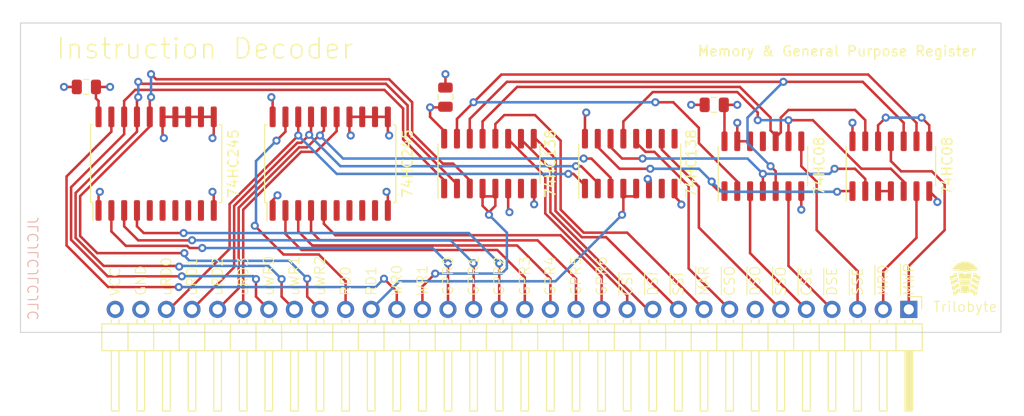
<source format=kicad_pcb>
(kicad_pcb (version 20211014) (generator pcbnew)
  (layers (0 "F.Cu" signal) (1 "In1.Cu" signal) (2 "In2.Cu" signal) (31 "B.Cu" signal) (34 "B.Paste" user) (35 "F.Paste" user) (36 "B.SilkS" user "B.Silkscreen") (37 "F.SilkS" user "F.Silkscreen") (38 "B.Mask" user) (39 "F.Mask" user) (44 "Edge.Cuts" user))
  (net 0 "")
  (net 1 "μRD0")
  (net 2 "μRD1")
  (net 3 "μRD2")
  (net 4 "μRD3")
  (net 5 "RD0")
  (net 6 "RD1")
  (net 7 "μWR0")
  (net 8 "μWR1")
  (net 9 "μWR2")
  (net 10 "WR0")
  (net 11 "WR1")
  (net 12 "GND")
  (net 13 "VCC")
  (net 14 "GPR2")
  (net 15 "GPR1")
  (net 16 "GPR0")
  (net 17 "/~{READ_CODE}")
  (net 18 "/~{WRITE_CODE}")
  (net 19 "~{CODE_SEG_EN}")
  (net 20 "/~{READ_DATA}")
  (net 21 "/~{WRITE_DATA}")
  (net 22 "~{DATA_SEG_EN}")
  (net 23 "~{STACK_SEG_EN}")
  (net 24 "/~{READ_STACK}")
  (net 25 "/~{WRITE_STACK}")
  (net 26 "GPR6")
  (net 27 "GPR5")
  (net 28 "GPR4")
  (net 29 "GPR3")
  (net 30 "~{STACK_SEG_IN}")
  (net 31 "~{DATA_SEG_IN}")
  (net 32 "~{CODE_SEG_IN}")
  (net 33 "~{MEM_LATCH_MAR}")
  (net 34 "~{MEM_READ}")
  (net 35 "~{MEM_WRITE}")
  (net 36 "~{STACK_SEG_OUT}")
  (net 37 "~{DATA_SEG_OUT}")
  (net 38 "~{CODE_SEG_OUT}")
  (net 50 "Net-(U9-Pad3)")
  (net 51 "Net-(U9-Pad12)")
  (footprint "Capacitor_SMD:C_0805_2012Metric" (layer "F.Cu") (at 319.532 201.168 180)
    (fp_text reference "C3" hide)
    (fp_text value "C" hide)
  )
  (footprint "Package_SO:SOIC-14_3.9x8.7mm_P1.27mm" (layer "F.Cu") (at 324.358 207.264 90)
    (fp_text reference "U8" hide)
    (fp_text value "74HC08")
  )
  (footprint "Package_SO:SOIC-16_3.9x9.9mm_P1.27mm" (layer "F.Cu") (at 311.15 207.01 90)
    (fp_text reference "U10" hide)
    (fp_text value "74HC138")
  )
  (footprint "Connector_PinHeader_2.54mm:PinHeader_1x32_P2.54mm_Horizontal" (layer "F.Cu") (at 338.836 221.488 -90)
    (fp_text reference "J1" hide)
    (fp_text value "Conn_01x32" hide)
  )
  (footprint "Capacitor_SMD:C_0805_2012Metric" (layer "F.Cu") (at 257.236 199.39 180)
    (fp_text reference "C1" hide)
    (fp_text value "C" hide)
  )
  (footprint "Package_SO:SOIC-20W_7.5x12.8mm_P1.27mm" (layer "F.Cu") (at 264.16 207.01 90)
    (fp_text reference "U1" hide)
    (fp_text value "74HC245")
  )
  (footprint "Package_SO:SOIC-20W_7.5x12.8mm_P1.27mm" (layer "F.Cu") (at 281.432 207.01 90)
    (fp_text reference "U4" hide)
    (fp_text value "74HC245")
  )
  (footprint "Package_SO:SOIC-14_3.9x8.7mm_P1.27mm" (layer "F.Cu") (at 337.058 207.264 90)
    (fp_text reference "U9" hide)
    (fp_text value "74HC08")
  )
  (footprint "Capacitor_SMD:C_0805_2012Metric" (layer "F.Cu") (at 292.862 200.406 90)
    (fp_text reference "C2" hide)
    (fp_text value "C" hide)
  )
  (footprint "Package_SO:SOIC-16_3.9x9.9mm_P1.27mm" (layer "F.Cu") (at 297.18 207.01 90)
    (fp_text reference "U6" hide)
    (fp_text value "74HC138")
  )
  (footprint "Stephenv6:trilobyte-logo-tiny" (layer "F.Cu") (at 344.414 212.474558)
    (fp_text reference "REF**" hide)
    (fp_text value "trilobyte-logo-tiny" hide)
  )
  (gr_rect (start 347.98 223.774) (end 250.698 193.04) (layer "Edge.Cuts") (width 0.1) (fill none))
  (gr_text "JLCJLCJLCJLC" (at 251.968 217.424 90) (layer "B.SilkS") (effects (font (size 1 1) (thickness 0.1)) (justify mirror)))
  (gr_text "~{MWR}" (at 338.836 220.218 90) (layer "F.SilkS") (effects (font (size 1 1) (thickness 0.1)) (justify left)))
  (gr_text "WR1" (at 290.576 220.218 90) (layer "F.SilkS") (effects (font (size 1 1) (thickness 0.1)) (justify left)))
  (gr_text "GPR0" (at 293.116 220.218 90) (layer "F.SilkS") (effects (font (size 1 1) (thickness 0.1)) (justify left)))
  (gr_text "RD1" (at 285.496 220.218 90) (layer "F.SilkS") (effects (font (size 1 1) (thickness 0.1)) (justify left)))
  (gr_text "~{DSI}" (at 313.436 220.218 90) (layer "F.SilkS") (effects (font (size 1 1) (thickness 0.1)) (justify left)))
  (gr_text "GPR2" (at 298.196 220.218 90) (layer "F.SilkS") (effects (font (size 1 1) (thickness 0.1)) (justify left)))
  (gr_text "GPR5" (at 305.816 220.218 90) (layer "F.SilkS") (effects (font (size 1 1) (thickness 0.1)) (justify left)))
  (gr_text "GND" (at 262.636 220.218 90) (layer "F.SilkS") (effects (font (size 1 1) (thickness 0.1)) (justify left)))
  (gr_text "RD0" (at 282.956 220.218 90) (layer "F.SilkS") (effects (font (size 1 1) (thickness 0.1)) (justify left)))
  (gr_text "uRD3" (at 272.796 220.218 90) (layer "F.SilkS") (effects (font (size 1 1) (thickness 0.1)) (justify left)))
  (gr_text "~{CSO}" (at 321.056 220.218 90) (layer "F.SilkS") (effects (font (size 1 1) (thickness 0.1)) (justify left)))
  (gr_text "uWR2" (at 280.416 220.218 90) (layer "F.SilkS") (effects (font (size 1 1) (thickness 0.1)) (justify left)))
  (gr_text "GPR3" (at 300.736 220.218 90) (layer "F.SilkS") (effects (font (size 1 1) (thickness 0.1)) (justify left)))
  (gr_text "~{SSI}" (at 315.976 220.218 90) (layer "F.SilkS") (effects (font (size 1 1) (thickness 0.1)) (justify left)))
  (gr_text "~{DSO}" (at 323.596 220.218 90) (layer "F.SilkS") (effects (font (size 1 1) (thickness 0.1)) (justify left)))
  (gr_text "~{MRD}" (at 336.296 220.218 90) (layer "F.SilkS") (effects (font (size 1 1) (thickness 0.1)) (justify left)))
  (gr_text "WR0" (at 288.036 220.218 90) (layer "F.SilkS") (effects (font (size 1 1) (thickness 0.1)) (justify left)))
  (gr_text "~{CSE}" (at 328.676 220.218 90) (layer "F.SilkS") (effects (font (size 1 1) (thickness 0.1)) (justify left)))
  (gr_text "uRD0" (at 265.176 220.218 90) (layer "F.SilkS") (effects (font (size 1 1) (thickness 0.1)) (justify left)))
  (gr_text "~{DSE}" (at 331.216 220.218 90) (layer "F.SilkS") (effects (font (size 1 1) (thickness 0.1)) (justify left)))
  (gr_text "VCC" (at 260.096 220.218 90) (layer "F.SilkS") (effects (font (size 1 1) (thickness 0.1)) (justify left)))
  (gr_text "Memory & General Purpose Register" (at 331.724 195.834) (layer "F.SilkS") (effects (font (size 1 1))))
  (gr_text "Trilobyte" (at 344.424 221.234) (layer "F.SilkS") (effects (font (size 1 1) (thickness 0.1))))
  (gr_text "~{MAR}" (at 318.516 220.218 90) (layer "F.SilkS") (effects (font (size 1 1) (thickness 0.1)) (justify left)))
  (gr_text "~{SSO}" (at 326.136 220.218 90) (layer "F.SilkS") (effects (font (size 1 1) (thickness 0.1)) (justify left)))
  (gr_text "GPR6" (at 308.356 220.218 90) (layer "F.SilkS") (effects (font (size 1 1) (thickness 0.1)) (justify left)))
  (gr_text "uRD2" (at 270.256 220.218 90) (layer "F.SilkS") (effects (font (size 1 1) (thickness 0.1)) (justify left)))
  (gr_text "uWR0" (at 275.336 220.218 90) (layer "F.SilkS") (effects (font (size 1 1) (thickness 0.1)) (justify left)))
  (gr_text "GPR1" (at 295.656 220.218 90) (layer "F.SilkS") (effects (font (size 1 1) (thickness 0.1)) (justify left)))
  (gr_text "GPR4" (at 303.276 220.218 90) (layer "F.SilkS") (effects (font (size 1 1) (thickness 0.1)) (justify left)))
  (gr_text "uWR1" (at 277.876 220.218 90) (layer "F.SilkS") (effects (font (size 1 1) (thickness 0.1)) (justify left)))
  (gr_text "uRD1" (at 267.716 220.218 90) (layer "F.SilkS") (effects (font (size 1 1) (thickness 0.1)) (justify left)))
  (gr_text "Instruction Decoder" (at 268.986 195.58) (layer "F.SilkS") (effects (font (size 2 2))))
  (gr_text "~{CSI}" (at 310.896 220.218 90) (layer "F.SilkS") (effects (font (size 1 1) (thickness 0.1)) (justify left)))
  (gr_text "~{SSE}" (at 333.756 220.218 90) (layer "F.SilkS") (effects (font (size 1 1) (thickness 0.1)) (justify left)))
  (segment (start 271.447469 211.023419) (end 278.257 204.213888) (width 0.25) (layer "F.Cu") (net 1))
  (segment (start 305.562 208.026) (end 305.054 208.026) (width 0.25) (layer "F.Cu") (net 1))
  (segment (start 278.257 204.213888) (end 278.257 202.36) (width 0.25) (layer "F.Cu") (net 1))
  (segment (start 265.4386 221.488) (end 271.447469 215.479131) (width 0.25) (layer "F.Cu") (net 1))
  (segment (start 306.705 209.169) (end 305.562 208.026) (width 0.25) (layer "F.Cu") (net 1))
  (segment (start 271.447469 215.479131) (end 271.447469 211.023419) (width 0.25) (layer "F.Cu") (net 1))
  (via (at 278.257 204.213888) (size 0.8) (drill 0.4) (layers "F.Cu" "B.Cu") (net 1))
  (via (at 305.054 208.026) (size 0.8) (drill 0.4) (layers "F.Cu" "B.Cu") (net 1))
  (segment (start 282.069112 208.026) (end 278.257 204.213888) (width 0.25) (layer "B.Cu") (net 1))
  (segment (start 305.054 208.026) (end 282.069112 208.026) (width 0.25) (layer "B.Cu") (net 1))
  (segment (start 279.527 203.968488) (end 279.339744 204.155744) (width 0.25) (layer "F.Cu") (net 2))
  (segment (start 306.324 207.264) (end 305.816 207.264) (width 0.25) (layer "F.Cu") (net 2))
  (segment (start 271.896978 217.307022) (end 267.716 221.488) (width 0.25) (layer "F.Cu") (net 2))
  (segment (start 271.896979 211.209613) (end 271.896978 217.307022) (width 0.25) (layer "F.Cu") (net 2))
  (segment (start 279.339744 204.155744) (end 278.557099 204.938389) (width 0.25) (layer "F.Cu") (net 2))
  (segment (start 278.168203 204.938389) (end 271.896979 211.209613) (width 0.25) (layer "F.Cu") (net 2))
  (segment (start 278.557099 204.938389) (end 278.168203 204.938389) (width 0.25) (layer "F.Cu") (net 2))
  (segment (start 307.975 208.915) (end 306.324 207.264) (width 0.25) (layer "F.Cu") (net 2))
  (segment (start 279.527 202.36) (end 279.527 203.968488) (width 0.25) (layer "F.Cu") (net 2))
  (via (at 279.339744 204.155744) (size 0.8) (drill 0.4) (layers "F.Cu" "B.Cu") (net 2))
  (via (at 305.816 207.264) (size 0.8) (drill 0.4) (layers "F.Cu" "B.Cu") (net 2))
  (segment (start 305.816 207.264) (end 282.4394 207.264) (width 0.25) (layer "B.Cu") (net 2))
  (segment (start 282.4394 207.264) (end 279.339744 204.164344) (width 0.25) (layer "B.Cu") (net 2))
  (segment (start 279.339744 204.164344) (end 279.339744 204.155744) (width 0.25) (layer "B.Cu") (net 2))
  (segment (start 280.797 203.723088) (end 280.797 202.36) (width 0.25) (layer "F.Cu") (net 3))
  (segment (start 279.132189 205.387899) (end 280.797 203.723088) (width 0.25) (layer "F.Cu") (net 3))
  (segment (start 272.34649 211.395806) (end 278.354397 205.387899) (width 0.25) (layer "F.Cu") (net 3))
  (segment (start 272.346489 219.397511) (end 272.34649 211.395806) (width 0.25) (layer "F.Cu") (net 3))
  (segment (start 270.256 221.488) (end 272.346489 219.397511) (width 0.25) (layer "F.Cu") (net 3))
  (segment (start 307.34 206.502) (end 309.245 208.407) (width 0.25) (layer "F.Cu") (net 3))
  (segment (start 278.354397 205.387899) (end 279.132189 205.387899) (width 0.25) (layer "F.Cu") (net 3))
  (segment (start 307.34 206.502) (end 306.578 206.502) (width 0.25) (layer "F.Cu") (net 3))
  (segment (start 309.245 210.26) (end 309.245 208.407) (width 0.25) (layer "F.Cu") (net 3))
  (via (at 306.578 206.502) (size 0.8) (drill 0.4) (layers "F.Cu" "B.Cu") (net 3))
  (via (at 280.416 204.216) (size 0.8) (drill 0.4) (layers "F.Cu" "B.Cu") (net 3))
  (segment (start 282.702 206.502) (end 280.416 204.216) (width 0.25) (layer "B.Cu") (net 3))
  (segment (start 306.578 206.502) (end 282.702 206.502) (width 0.25) (layer "B.Cu") (net 3))
  (segment (start 272.796 221.488) (end 272.796 211.582) (width 0.25) (layer "F.Cu") (net 4))
  (segment (start 282.067 203.787644) (end 282.067 202.36) (width 0.25) (layer "F.Cu") (net 4))
  (segment (start 280.017234 205.83741) (end 282.067 203.787644) (width 0.25) (layer "F.Cu") (net 4))
  (segment (start 272.796 211.582) (end 278.54059 205.83741) (width 0.25) (layer "F.Cu") (net 4))
  (segment (start 278.54059 205.83741) (end 280.017234 205.83741) (width 0.25) (layer "F.Cu") (net 4))
  (segment (start 282.956 218.694) (end 280.299021 216.037021) (width 0.25) (layer "F.Cu") (net 5))
  (segment (start 276.987 203.835) (end 276.987 202.36) (width 0.25) (layer "F.Cu") (net 5))
  (segment (start 276.098 204.724) (end 276.987 203.835) (width 0.25) (layer "F.Cu") (net 5))
  (segment (start 282.956 221.488) (end 282.956 218.694) (width 0.25) (layer "F.Cu") (net 5))
  (segment (start 276.800885 216.037021) (end 273.944864 213.181) (width 0.25) (layer "F.Cu") (net 5))
  (segment (start 280.299021 216.037021) (end 276.800885 216.037021) (width 0.25) (layer "F.Cu") (net 5))
  (via (at 276.098 204.724) (size 0.8) (drill 0.4) (layers "F.Cu" "B.Cu") (net 5))
  (via (at 273.944864 213.181) (size 0.8) (drill 0.4) (layers "F.Cu" "B.Cu") (net 5))
  (segment (start 274.066 213.059864) (end 273.944864 213.181) (width 0.25) (layer "B.Cu") (net 5))
  (segment (start 274.066 206.756) (end 274.066 213.059864) (width 0.25) (layer "B.Cu") (net 5))
  (segment (start 276.098 204.724) (end 274.066 206.756) (width 0.25) (layer "B.Cu") (net 5))
  (segment (start 310.515 210.26) (end 310.515 211.963) (width 0.25) (layer "F.Cu") (net 6))
  (segment (start 310.515 210.26) (end 311.785 210.26) (width 0.25) (layer "F.Cu") (net 6))
  (segment (start 310.515 211.963) (end 310.388 212.09) (width 0.25) (layer "F.Cu") (net 6))
  (via (at 310.388 212.09) (size 0.8) (drill 0.4) (layers "F.Cu" "B.Cu") (net 6))
  (segment (start 310.388 212.09) (end 303.784 218.694) (width 0.25) (layer "B.Cu") (net 6))
  (segment (start 303.784 218.694) (end 288.29 218.694) (width 0.25) (layer "B.Cu") (net 6))
  (segment (start 288.29 218.694) (end 285.496 221.488) (width 0.25) (layer "B.Cu") (net 6))
  (segment (start 288.660969 201.538969) (end 286.803499 199.681499) (width 0.25) (layer "F.Cu") (net 7))
  (segment (start 288.660979 204.586979) (end 288.660979 204.078992) (width 0.25) (layer "F.Cu") (net 7))
  (segment (start 275.336 221.488) (end 274.066 220.218) (width 0.25) (layer "F.Cu") (net 7))
  (segment (start 260.985 204.087592) (end 255.719511 209.353081) (width 0.25) (layer "F.Cu") (net 7))
  (segment (start 292.735 208.661) (end 288.660979 204.586979) (width 0.25) (layer "F.Cu") (net 7))
  (segment (start 286.803499 199.681499) (end 262.081901 199.681499) (width 0.25) (layer "F.Cu") (net 7))
  (segment (start 260.985 200.7784) (end 260.985 202.36) (width 0.25) (layer "F.Cu") (net 7))
  (segment (start 274.066 220.218) (end 274.066 218.4775) (width 0.25) (layer "F.Cu") (net 7))
  (segment (start 255.719511 209.353081) (end 255.719511 214.572919) (width 0.25) (layer "F.Cu") (net 7))
  (segment (start 260.985 202.36) (end 260.985 204.087592) (width 0.25) (layer "F.Cu") (net 7))
  (segment (start 255.719511 214.572919) (end 259.349845 218.203253) (width 0.25) (layer "F.Cu") (net 7))
  (segment (start 288.660969 204.078982) (end 288.660969 201.538969) (width 0.25) (layer "F.Cu") (net 7))
  (segment (start 262.081901 199.681499) (end 260.985 200.7784) (width 0.25) (layer "F.Cu") (net 7))
  (segment (start 259.349845 218.203253) (end 266.704622 218.203253) (width 0.25) (layer "F.Cu") (net 7))
  (segment (start 288.660979 204.078992) (end 288.660969 204.078982) (width 0.25) (layer "F.Cu") (net 7))
  (via (at 266.704622 218.203253) (size 0.8) (drill 0.4) (layers "F.Cu" "B.Cu") (net 7))
  (via (at 274.066 218.4775) (size 0.8) (drill 0.4) (layers "F.Cu" "B.Cu") (net 7))
  (segment (start 273.7745 218.186) (end 266.721875 218.186) (width 0.25) (layer "B.Cu") (net 7))
  (segment (start 266.721875 218.186) (end 266.704622 218.203253) (width 0.25) (layer "B.Cu") (net 7))
  (segment (start 274.066 218.4775) (end 273.7745 218.186) (width 0.25) (layer "B.Cu") (net 7))
  (segment (start 262.255 202.36) (end 262.255 200.533) (width 0.25) (layer "F.Cu") (net 8))
  (segment (start 289.110489 204.148193) (end 289.110489 203.892798) (width 0.25) (layer "F.Cu") (net 8))
  (segment (start 262.255 203.835) (end 256.169022 209.920978) (width 0.25) (layer "F.Cu") (net 8))
  (segment (start 266.378211 217.17) (end 266.446 217.237789) (width 0.25) (layer "F.Cu") (net 8))
  (segment (start 289.110489 203.892798) (end 289.11048 203.892789) (width 0.25) (layer "F.Cu") (net 8))
  (segment (start 262.255 200.533) (end 262.382 200.406) (width 0.25) (layer "F.Cu") (net 8))
  (segment (start 294.005 209.042704) (end 289.110489 204.148193) (width 0.25) (layer "F.Cu") (net 8))
  (segment (start 289.11048 203.892789) (end 289.11048 201.22648) (width 0.25) (layer "F.Cu") (net 8))
  (segment (start 289.11048 201.22648) (end 286.961511 199.077511) (width 0.25) (layer "F.Cu") (net 8))
  (segment (start 294.005 209.169) (end 294.005 209.042704) (width 0.25) (layer "F.Cu") (net 8))
  (segment (start 258.952296 217.17) (end 266.378211 217.17) (width 0.25) (layer "F.Cu") (net 8))
  (segment (start 262.255 202.36) (end 262.255 203.835) (width 0.25) (layer "F.Cu") (net 8))
  (segment (start 286.961511 199.077511) (end 262.577511 199.077511) (width 0.25) (layer "F.Cu") (net 8))
  (segment (start 262.577511 199.077511) (end 262.382 198.882) (width 0.25) (layer "F.Cu") (net 8))
  (segment (start 276.606 220.218) (end 276.606 218.4775) (width 0.25) (layer "F.Cu") (net 8))
  (segment (start 277.876 221.488) (end 276.606 220.218) (width 0.25) (layer "F.Cu") (net 8))
  (segment (start 256.169022 209.920978) (end 256.169022 214.386726) (width 0.25) (layer "F.Cu") (net 8))
  (segment (start 256.169022 214.386726) (end 258.952296 217.17) (width 0.25) (layer "F.Cu") (net 8))
  (via (at 262.382 198.882) (size 0.8) (drill 0.4) (layers "F.Cu" "B.Cu") (net 8))
  (via (at 266.446 217.237789) (size 0.8) (drill 0.4) (layers "F.Cu" "B.Cu") (net 8))
  (via (at 262.382 200.406) (size 0.8) (drill 0.4) (layers "F.Cu" "B.Cu") (net 8))
  (via (at 276.606 218.4775) (size 0.8) (drill 0.4) (layers "F.Cu" "B.Cu") (net 8))
  (segment (start 275.2985 217.17) (end 266.513789 217.17) (width 0.25) (layer "B.Cu") (net 8))
  (segment (start 262.382 198.882) (end 262.382 200.406) (width 0.25) (layer "B.Cu") (net 8))
  (segment (start 276.606 218.4775) (end 275.2985 217.17) (width 0.25) (layer "B.Cu") (net 8))
  (segment (start 266.513789 217.17) (end 266.446 217.237789) (width 0.25) (layer "B.Cu") (net 8))
  (segment (start 295.275 208.661) (end 295.275 209.423) (width 0.25) (layer "F.Cu") (net 9))
  (segment (start 263.652 198.12) (end 264.16 198.628) (width 0.25) (layer "F.Cu") (net 9))
  (segment (start 263.525 200.533) (end 263.525 202.36) (width 0.25) (layer "F.Cu") (net 9))
  (segment (start 287.274 198.628) (end 289.56 200.914) (width 0.25) (layer "F.Cu") (net 9))
  (segment (start 280.416 221.488) (end 279.146 220.218) (width 0.25) (layer "F.Cu") (net 9))
  (segment (start 289.56 203.962) (end 292.608 207.01) (width 0.25) (layer "F.Cu") (net 9))
  (segment (start 256.618533 210.233467) (end 256.618533 214.200533) (width 0.25) (layer "F.Cu") (net 9))
  (segment (start 258.318 215.9) (end 266.954 215.9) (width 0.25) (layer "F.Cu") (net 9))
  (segment (start 293.624 207.01) (end 295.275 208.661) (width 0.25) (layer "F.Cu") (net 9))
  (segment (start 263.652 200.406) (end 263.525 200.533) (width 0.25) (layer "F.Cu") (net 9))
  (segment (start 263.525 203.327) (end 256.618533 210.233467) (width 0.25) (layer "F.Cu") (net 9))
  (segment (start 256.618533 214.200533) (end 258.318 215.9) (width 0.25) (layer "F.Cu") (net 9))
  (segment (start 289.56 200.914) (end 289.56 203.962) (width 0.25) (layer "F.Cu") (net 9))
  (segment (start 279.146 220.218) (end 279.146 218.44) (width 0.25) (layer "F.Cu") (net 9))
  (segment (start 292.608 207.01) (end 293.624 207.01) (width 0.25) (layer "F.Cu") (net 9))
  (segment (start 263.525 202.36) (end 263.525 203.327) (width 0.25) (layer "F.Cu") (net 9))
  (segment (start 264.16 198.628) (end 287.274 198.628) (width 0.25) (layer "F.Cu") (net 9))
  (via (at 279.146 218.44) (size 0.8) (drill 0.4) (layers "F.Cu" "B.Cu") (net 9))
  (via (at 266.954 215.9) (size 0.8) (drill 0.4) (layers "F.Cu" "B.Cu") (net 9))
  (via (at 263.652 198.12) (size 0.8) (drill 0.4) (layers "F.Cu" "B.Cu") (net 9))
  (via (at 263.652 200.406) (size 0.8) (drill 0.4) (layers "F.Cu" "B.Cu") (net 9))
  (segment (start 279.146 218.44) (end 277.368 216.662) (width 0.25) (layer "B.Cu") (net 9))
  (segment (start 263.652 198.12) (end 263.652 200.406) (width 0.25) (layer "B.Cu") (net 9))
  (segment (start 266.954 216.151119) (end 266.954 215.9) (width 0.25) (layer "B.Cu") (net 9))
  (segment (start 267.464881 216.662) (end 266.954 216.151119) (width 0.25) (layer "B.Cu") (net 9))
  (segment (start 277.368 216.662) (end 267.464881 216.662) (width 0.25) (layer "B.Cu") (net 9))
  (segment (start 255.27 215.138) (end 259.403636 219.271636) (width 0.25) (layer "F.Cu") (net 10))
  (segment (start 255.27 208.28) (end 255.27 215.138) (width 0.25) (layer "F.Cu") (net 10))
  (segment (start 288.036 219.71) (end 288.036 221.488) (width 0.25) (layer "F.Cu") (net 10))
  (segment (start 259.403636 219.271636) (end 266.399576 219.271636) (width 0.25) (layer "F.Cu") (net 10))
  (segment (start 259.715 202.36) (end 259.715 203.835) (width 0.25) (layer "F.Cu") (net 10))
  (segment (start 286.766 218.44) (end 288.036 219.71) (width 0.25) (layer "F.Cu") (net 10))
  (segment (start 259.715 203.835) (end 255.27 208.28) (width 0.25) (layer "F.Cu") (net 10))
  (via (at 286.766 218.44) (size 0.8) (drill 0.4) (layers "F.Cu" "B.Cu") (net 10))
  (via (at 266.399576 219.271636) (size 0.8) (drill 0.4) (layers "F.Cu" "B.Cu") (net 10))
  (segment (start 285.934364 219.271636) (end 286.766 218.44) (width 0.25) (layer "B.Cu") (net 10))
  (segment (start 266.399576 219.271636) (end 285.934364 219.271636) (width 0.25) (layer "B.Cu") (net 10))
  (segment (start 297.815 210.26) (end 297.815 211.201) (width 0.25) (layer "F.Cu") (net 11))
  (segment (start 296.545 210.26) (end 297.815 210.26) (width 0.25) (layer "F.Cu") (net 11))
  (segment (start 297.18 211.836) (end 296.545 211.201) (width 0.25) (layer "F.Cu") (net 11))
  (segment (start 297.18 212.09) (end 297.18 211.836) (width 0.25) (layer "F.Cu") (net 11))
  (segment (start 290.576 219.202) (end 291.846 217.932) (width 0.25) (layer "F.Cu") (net 11))
  (segment (start 297.815 211.201) (end 297.18 211.836) (width 0.25) (layer "F.Cu") (net 11))
  (segment (start 296.545 211.201) (end 296.545 210.26) (width 0.25) (layer "F.Cu") (net 11))
  (segment (start 290.576 221.488) (end 290.576 219.202) (width 0.25) (layer "F.Cu") (net 11))
  (via (at 297.18 212.09) (size 0.8) (drill 0.4) (layers "F.Cu" "B.Cu") (net 11))
  (via (at 291.846 217.932) (size 0.8) (drill 0.4) (layers "F.Cu" "B.Cu") (net 11))
  (segment (start 298.958 213.868) (end 298.958 217.424) (width 0.25) (layer "B.Cu") (net 11))
  (segment (start 298.45 217.932) (end 291.846 217.932) (width 0.25) (layer "B.Cu") (net 11))
  (segment (start 297.18 212.09) (end 298.958 213.868) (width 0.25) (layer "B.Cu") (net 11))
  (segment (start 298.958 217.424) (end 298.45 217.932) (width 0.25) (layer "B.Cu") (net 11))
  (segment (start 283.337 204.089) (end 283.464 204.216) (width 0.25) (layer "F.Cu") (net 12))
  (segment (start 340.868 209.739) (end 341.6675 210.5385) (width 0.25) (layer "F.Cu") (net 12))
  (segment (start 287.147 202.36) (end 287.147 204.089) (width 0.25) (layer "F.Cu") (net 12))
  (segment (start 264.795 202.36) (end 269.875 202.36) (width 0.25) (layer "F.Cu") (net 12))
  (segment (start 287.147 211.66) (end 287.147 209.931) (width 0.25) (layer "F.Cu") (net 12))
  (segment (start 269.875 211.66) (end 269.875 209.931) (width 0.25) (layer "F.Cu") (net 12))
  (segment (start 287.147 202.36) (end 283.337 202.36) (width 0.25) (layer "F.Cu") (net 12))
  (segment (start 301.662543 210.297543) (end 301.662543 211.050457) (width 0.25) (layer "F.Cu") (net 12))
  (segment (start 318.582 201.168) (end 317.246 201.168) (width 0.25) (layer "F.Cu") (net 12))
  (segment (start 264.795 202.36) (end 264.795 204.343) (width 0.25) (layer "F.Cu") (net 12))
  (segment (start 275.717 210.63845) (end 276.197725 210.157725) (width 0.25) (layer "F.Cu") (net 12))
  (segment (start 283.337 202.36) (end 283.337 204.089) (width 0.25) (layer "F.Cu") (net 12))
  (segment (start 321.818 204.789) (end 321.818 202.946) (width 0.25) (layer "F.Cu") (net 12))
  (segment (start 341.6675 210.5385) (end 341.6675 210.82) (width 0.25) (layer "F.Cu") (net 12))
  (segment (start 275.717 211.66) (end 275.717 210.63845) (width 0.25) (layer "F.Cu") (net 12))
  (segment (start 258.445 211.66) (end 258.445 209.931) (width 0.25) (layer "F.Cu") (net 12))
  (segment (start 287.147 209.931) (end 287.02 209.804) (width 0.25) (layer "F.Cu") (net 12))
  (segment (start 287.147 204.089) (end 287.274 204.216) (width 0.25) (layer "F.Cu") (net 12))
  (segment (start 315.595 210.26) (end 316.2675 210.9325) (width 0.25) (layer "F.Cu") (net 12))
  (segment (start 264.795 204.343) (end 264.922 204.47) (width 0.25) (layer "F.Cu") (net 12))
  (segment (start 328.168 209.739) (end 328.168 211.582) (width 0.25) (layer "F.Cu") (net 12))
  (segment (start 269.875 202.36) (end 269.875 204.343) (width 0.25) (layer "F.Cu") (net 12))
  (segment (start 269.875 204.343) (end 269.748 204.47) (width 0.25) (layer "F.Cu") (net 12))
  (segment (start 256.286 199.39) (end 255.016 199.39) (width 0.25) (layer "F.Cu") (net 12))
  (segment (start 269.875 209.931) (end 269.748 209.804) (width 0.25) (layer "F.Cu") (net 12))
  (segment (start 323.088 204.789) (end 321.818 204.789) (width 0.25) (layer "F.Cu") (net 12))
  (segment (start 258.445 209.931) (end 258.572 209.804) (width 0.25) (layer "F.Cu") (net 12))
  (segment (start 316.2675 210.9325) (end 316.2675 211.074) (width 0.25) (layer "F.Cu") (net 12))
  (segment (start 292.862 199.456) (end 292.862 198.12) (width 0.25) (layer "F.Cu") (net 12))
  (via (at 321.818 202.946) (size 0.8) (drill 0.4) (layers "F.Cu" "B.Cu") (net 12))
  (via (at 317.246 201.168) (size 0.8) (drill 0.4) (layers "F.Cu" "B.Cu") (net 12))
  (via (at 258.572 209.804) (size 0.8) (drill 0.4) (layers "F.Cu" "B.Cu") (net 12))
  (via (at 287.274 204.216) (size 0.8) (drill 0.4) (layers "F.Cu" "B.Cu") (net 12))
  (via (at 264.922 204.47) (size 0.8) (drill 0.4) (layers "F.Cu" "B.Cu") (net 12))
  (via (at 341.6675 210.82) (size 0.8) (drill 0.4) (layers "F.Cu" "B.Cu") (net 12))
  (via (at 328.168 211.582) (size 0.8) (drill 0.4) (layers "F.Cu" "B.Cu") (net 12))
  (via (at 269.748 204.47) (size 0.8) (drill 0.4) (layers "F.Cu" "B.Cu") (net 12))
  (via (at 316.2675 211.074) (size 0.8) (drill 0.4) (layers "F.Cu" "B.Cu") (net 12))
  (via (at 301.662543 211.050457) (size 0.8) (drill 0.4) (layers "F.Cu" "B.Cu") (net 12))
  (via (at 276.197725 210.157725) (size 0.8) (drill 0.4) (layers "F.Cu" "B.Cu") (net 12))
  (via (at 269.748 209.804) (size 0.8) (drill 0.4) (layers "F.Cu" "B.Cu") (net 12))
  (via (at 283.464 204.216) (size 0.8) (drill 0.4) (layers "F.Cu" "B.Cu") (net 12))
  (via (at 287.02 209.804) (size 0.8) (drill 0.4) (layers "F.Cu" "B.Cu") (net 12))
  (via (at 255.016 199.39) (size 0.8) (drill 0.4) (layers "F.Cu" "B.Cu") (net 12))
  (via (at 292.862 198.12) (size 0.8) (drill 0.4) (layers "F.Cu" "B.Cu") (net 12))
  (segment (start 313.055 208.661) (end 312.928 208.534) (width 0.25) (layer "F.Cu") (net 13))
  (segment (start 299.085 211.709) (end 299.212 211.836) (width 0.25) (layer "F.Cu") (net 13))
  (segment (start 299.085 210.26) (end 299.085 211.709) (width 0.25) (layer "F.Cu") (net 13))
  (segment (start 320.482 201.168) (end 321.818 201.168) (width 0.25) (layer "F.Cu") (net 13))
  (segment (start 291.338 202.363) (end 291.338 201.422) (width 0.25) (layer "F.Cu") (net 13))
  (segment (start 258.186 199.39) (end 258.186 200.528) (width 0.25) (layer "F.Cu") (net 13))
  (segment (start 291.338 201.422) (end 292.796 201.422) (width 0.25) (layer "F.Cu") (net 13))
  (segment (start 333.248 204.789) (end 333.248 202.946) (width 0.25) (layer "F.Cu") (net 13))
  (segment (start 320.548 204.789) (end 320.548 201.234) (width 0.25) (layer "F.Cu") (net 13))
  (segment (start 258.445 200.787) (end 258.445 202.36) (width 0.25) (layer "F.Cu") (net 13))
  (segment (start 292.735 203.76) (end 291.338 202.363) (width 0.25) (layer "F.Cu") (net 13))
  (segment (start 258.186 200.528) (end 258.445 200.787) (width 0.25) (layer "F.Cu") (net 13))
  (segment (start 258.186 199.39) (end 259.588 199.39) (width 0.25) (layer "F.Cu") (net 13))
  (segment (start 306.705 203.76) (end 306.705 202.057) (width 0.25) (layer "F.Cu") (net 13))
  (segment (start 275.717 202.36) (end 275.717 200.533) (width 0.25) (layer "F.Cu") (net 13))
  (segment (start 275.717 200.533) (end 275.59 200.406) (width 0.25) (layer "F.Cu") (net 13))
  (segment (start 306.705 202.057) (end 306.832 201.93) (width 0.25) (layer "F.Cu") (net 13))
  (via (at 333.248 202.946) (size 0.8) (drill 0.4) (layers "F.Cu" "B.Cu") (net 13))
  (via (at 321.818 201.168) (size 0.8) (drill 0.4) (layers "F.Cu" "B.Cu") (net 13))
  (via (at 275.59 200.406) (size 0.8) (drill 0.4) (layers "F.Cu" "B.Cu") (net 13))
  (via (at 259.588 199.39) (size 0.8) (drill 0.4) (layers "F.Cu" "B.Cu") (net 13))
  (via (at 291.338 201.422) (size 0.8) (drill 0.4) (layers "F.Cu" "B.Cu") (net 13))
  (via (at 312.928 208.534) (size 0.8) (drill 0.4) (layers "F.Cu" "B.Cu") (net 13))
  (via (at 299.212 211.836) (size 0.8) (drill 0.4) (layers "F.Cu" "B.Cu") (net 13))
  (via (at 306.832 201.93) (size 0.8) (drill 0.4) (layers "F.Cu" "B.Cu") (net 13))
  (segment (start 298.196 221.488) (end 298.196 216.916) (width 0.25) (layer "F.Cu") (net 14))
  (segment (start 262.9275 213.9055) (end 266.884364 213.9055) (width 0.25) (layer "F.Cu") (net 14))
  (segment (start 262.255 213.233) (end 262.9275 213.9055) (width 0.25) (layer "F.Cu") (net 14))
  (segment (start 262.255 211.66) (end 262.255 213.233) (width 0.25) (layer "F.Cu") (net 14))
  (via (at 266.884364 213.9055) (size 0.8) (drill 0.4) (layers "F.Cu" "B.Cu") (net 14))
  (via (at 298.196 216.916) (size 0.8) (drill 0.4) (layers "F.Cu" "B.Cu") (net 14))
  (segment (start 268.022376 213.898086) (end 266.891778 213.898086) (width 0.25) (layer "B.Cu") (net 14))
  (segment (start 298.196 216.916) (end 295.1855 213.9055) (width 0.25) (layer "B.Cu") (net 14))
  (segment (start 266.891778 213.898086) (end 266.884364 213.9055) (width 0.25) (layer "B.Cu") (net 14))
  (segment (start 268.02979 213.9055) (end 268.022376 213.898086) (width 0.25) (layer "B.Cu") (net 14))
  (segment (start 295.1855 213.9055) (end 268.02979 213.9055) (width 0.25) (layer "B.Cu") (net 14))
  (segment (start 295.656 221.488) (end 295.656 216.916) (width 0.25) (layer "F.Cu") (net 15))
  (segment (start 262.382 214.63) (end 267.714864 214.63) (width 0.25) (layer "F.Cu") (net 15))
  (segment (start 260.985 213.233) (end 262.382 214.63) (width 0.25) (layer "F.Cu") (net 15))
  (segment (start 267.714864 214.63) (end 267.722277 214.622587) (width 0.25) (layer "F.Cu") (net 15))
  (segment (start 260.985 211.66) (end 260.985 213.233) (width 0.25) (layer "F.Cu") (net 15))
  (via (at 267.722277 214.622587) (size 0.8) (drill 0.4) (layers "F.Cu" "B.Cu") (net 15))
  (via (at 295.656 216.916) (size 0.8) (drill 0.4) (layers "F.Cu" "B.Cu") (net 15))
  (segment (start 295.656 216.916) (end 293.362587 214.622587) (width 0.25) (layer "B.Cu") (net 15))
  (segment (start 293.362587 214.622587) (end 267.722277 214.622587) (width 0.25) (layer "B.Cu") (net 15))
  (segment (start 259.715 213.741) (end 261.149499 215.175499) (width 0.25) (layer "F.Cu") (net 16))
  (segment (start 267.254099 215.175499) (end 267.4706 215.392) (width 0.25) (layer "F.Cu") (net 16))
  (segment (start 259.715 211.66) (end 259.715 213.741) (width 0.25) (layer "F.Cu") (net 16))
  (segment (start 261.149499 215.175499) (end 267.254099 215.175499) (width 0.25) (layer "F.Cu") (net 16))
  (segment (start 293.116 221.488) (end 293.116 216.916) (width 0.25) (layer "F.Cu") (net 16))
  (segment (start 267.4706 215.392) (end 268.732 215.392) (width 0.25) (layer "F.Cu") (net 16))
  (via (at 268.732 215.392) (size 0.8) (drill 0.4) (layers "F.Cu" "B.Cu") (net 16))
  (via (at 293.116 216.916) (size 0.8) (drill 0.4) (layers "F.Cu" "B.Cu") (net 16))
  (segment (start 293.116 216.916) (end 291.592 215.392) (width 0.25) (layer "B.Cu") (net 16))
  (segment (start 291.592 215.392) (end 268.732 215.392) (width 0.25) (layer "B.Cu") (net 16))
  (segment (start 319.975 209.739) (end 320.548 209.739) (width 0.25) (layer "F.Cu") (net 17))
  (segment (start 310.134 207.518) (end 313.182 207.518) (width 0.25) (layer "F.Cu") (net 17))
  (segment (start 331.789 209.739) (end 331.724 209.804) (width 0.25) (layer "F.Cu") (net 17))
  (segment (start 319.278 209.042) (end 319.975 209.739) (width 0.25) (layer "F.Cu") (net 17))
  (segment (start 319.278 208.788) (end 319.278 209.042) (width 0.25) (layer "F.Cu") (net 17))
  (segment (start 333.248 209.739) (end 331.789 209.739) (width 0.25) (layer "F.Cu") (net 17))
  (segment (start 307.975 205.359) (end 310.134 207.518) (width 0.25) (layer "F.Cu") (net 17))
  (via (at 331.724 209.804) (size 0.8) (drill 0.4) (layers "F.Cu" "B.Cu") (net 17))
  (via (at 319.278 208.788) (size 0.8) (drill 0.4) (layers "F.Cu" "B.Cu") (net 17))
  (via (at 313.182 207.518) (size 0.8) (drill 0.4) (layers "F.Cu" "B.Cu") (net 17))
  (segment (start 318.008 207.518) (end 313.182 207.518) (width 0.25) (layer "B.Cu") (net 17))
  (segment (start 331.724 209.804) (end 320.294 209.804) (width 0.25) (layer "B.Cu") (net 17))
  (segment (start 319.278 208.788) (end 318.008 207.518) (width 0.25) (layer "B.Cu") (net 17))
  (segment (start 320.294 209.804) (end 319.278 208.788) (width 0.25) (layer "B.Cu") (net 17))
  (segment (start 298.412501 198.157499) (end 334.800899 198.157499) (width 0.25) (layer "F.Cu") (net 18))
  (segment (start 339.598 202.9546) (end 339.598 204.789) (width 0.25) (layer "F.Cu") (net 18))
  (segment (start 315.468 200.914) (end 318.008 203.454) (width 0.25) (layer "F.Cu") (net 18))
  (segment (start 318.008 204.978) (end 321.818 208.788) (width 0.25) (layer "F.Cu") (net 18))
  (segment (start 318.008 204.978) (end 318.008 203.454) (width 0.25) (layer "F.Cu") (net 18))
  (segment (start 294.005 203.76) (end 294.005 202.565) (width 0.25) (layer "F.Cu") (net 18))
  (segment (start 321.818 209.739) (end 321.818 208.788) (width 0.25) (layer "F.Cu") (net 18))
  (segment (start 334.800899 198.157499) (end 339.598 202.9546) (width 0.25) (layer "F.Cu") (net 18))
  (segment (start 295.656 200.914) (end 298.412501 198.157499) (width 0.25) (layer "F.Cu") (net 18))
  (segment (start 315.468 200.914) (end 313.69 200.914) (width 0.25) (layer "F.Cu") (net 18))
  (segment (start 294.005 202.565) (end 295.656 200.914) (width 0.25) (layer "F.Cu") (net 18))
  (via (at 295.656 200.914) (size 0.8) (drill 0.4) (layers "F.Cu" "B.Cu") (net 18))
  (via (at 313.69 200.914) (size 0.8) (drill 0.4) (layers "F.Cu" "B.Cu") (net 18))
  (segment (start 313.69 200.914) (end 295.656 200.914) (width 0.25) (layer "B.Cu") (net 18))
  (segment (start 328.676 221.488) (end 323.088 215.9) (width 0.25) (layer "F.Cu") (net 19))
  (segment (start 323.088 215.9) (end 323.088 209.739) (width 0.25) (layer "F.Cu") (net 19))
  (segment (start 309.245 205.359) (end 310.388 206.502) (width 0.25) (layer "F.Cu") (net 20))
  (segment (start 333.502 207.518) (end 334.518 208.534) (width 0.25) (layer "F.Cu") (net 20))
  (segment (start 334.518 209.739) (end 334.518 208.534) (width 0.25) (layer "F.Cu") (net 20))
  (segment (start 333.502 207.518) (end 331.47 207.518) (width 0.25) (layer "F.Cu") (net 20))
  (segment (start 310.388 206.502) (end 312.42 206.502) (width 0.25) (layer "F.Cu") (net 20))
  (segment (start 324.358 209.739) (end 324.358 208.026) (width 0.25) (layer "F.Cu") (net 20))
  (via (at 324.358 208.026) (size 0.8) (drill 0.4) (layers "F.Cu" "B.Cu") (net 20))
  (via (at 312.42 206.502) (size 0.8) (drill 0.4) (layers "F.Cu" "B.Cu") (net 20))
  (via (at 331.47 207.518) (size 0.8) (drill 0.4) (layers "F.Cu" "B.Cu") (net 20))
  (segment (start 322.834 206.502) (end 324.358 208.026) (width 0.25) (layer "B.Cu") (net 20))
  (segment (start 312.42 206.502) (end 322.834 206.502) (width 0.25) (layer "B.Cu") (net 20))
  (segment (start 331.47 207.518) (end 330.962 208.026) (width 0.25) (layer "B.Cu") (net 20))
  (segment (start 330.962 208.026) (end 324.358 208.026) (width 0.25) (layer "B.Cu") (net 20))
  (segment (start 338.328 202.946) (end 338.328 204.789) (width 0.25) (layer "F.Cu") (net 21))
  (segment (start 326.39 198.882) (end 334.264 198.882) (width 0.25) (layer "F.Cu") (net 21))
  (segment (start 298.958 198.882) (end 326.39 198.882) (width 0.25) (layer "F.Cu") (net 21))
  (segment (start 325.628 207.772) (end 325.12 207.264) (width 0.25) (layer "F.Cu") (net 21))
  (segment (start 295.275 203.76) (end 295.275 202.565) (width 0.25) (layer "F.Cu") (net 21))
  (segment (start 334.264 198.882) (end 338.328 202.946) (width 0.25) (layer "F.Cu") (net 21))
  (segment (start 325.628 209.739) (end 325.628 207.772) (width 0.25) (layer "F.Cu") (net 21))
  (segment (start 295.275 202.565) (end 298.958 198.882) (width 0.25) (layer "F.Cu") (net 21))
  (via (at 326.39 198.882) (size 0.8) (drill 0.4) (layers "F.Cu" "B.Cu") (net 21))
  (via (at 325.12 207.264) (size 0.8) (drill 0.4) (layers "F.Cu" "B.Cu") (net 21))
  (segment (start 325.12 207.264) (end 322.834 204.978) (width 0.25) (layer "B.Cu") (net 21))
  (segment (start 322.834 202.438) (end 326.39 198.882) (width 0.25) (layer "B.Cu") (net 21))
  (segment (start 322.834 204.978) (end 322.834 202.438) (width 0.25) (layer "B.Cu") (net 21))
  (segment (start 331.216 221.488) (end 326.898 217.17) (width 0.25) (layer "F.Cu") (net 22))
  (segment (start 326.898 217.17) (end 326.898 209.739) (width 0.25) (layer "F.Cu") (net 22))
  (segment (start 328.168 207.264) (end 328.168 204.789) (width 0.25) (layer "F.Cu") (net 23))
  (segment (start 333.756 221.488) (end 333.756 217.678) (width 0.25) (layer "F.Cu") (net 23))
  (segment (start 329.692 208.788) (end 328.168 207.264) (width 0.25) (layer "F.Cu") (net 23))
  (segment (start 333.756 217.678) (end 329.692 213.614) (width 0.25) (layer "F.Cu") (net 23))
  (segment (start 329.692 213.614) (end 329.692 208.788) (width 0.25) (layer "F.Cu") (net 23))
  (segment (start 326.898 202.700598) (end 326.902299 202.696299) (width 0.25) (layer "F.Cu") (net 24))
  (segment (start 321.818 199.898) (end 323.85 201.93) (width 0.25) (layer "F.Cu") (net 24))
  (segment (start 329.316003 202.696299) (end 334.137704 207.518) (width 0.25) (layer "F.Cu") (net 24))
  (segment (start 310.515 202.819) (end 313.436 199.898) (width 0.25) (layer "F.Cu") (net 24))
  (segment (start 326.898 204.789) (end 326.898 202.700598) (width 0.25) (layer "F.Cu") (net 24))
  (segment (start 334.137704 207.518) (end 337.058 207.518) (width 0.25) (layer "F.Cu") (net 24))
  (segment (start 313.436 199.898) (end 321.818 199.898) (width 0.25) (layer "F.Cu") (net 24))
  (segment (start 323.85 201.93) (end 323.85 202.692) (width 0.25) (layer "F.Cu") (net 24))
  (segment (start 326.902299 202.696299) (end 329.316003 202.696299) (width 0.25) (layer "F.Cu") (net 24))
  (segment (start 310.515 203.76) (end 310.515 202.819) (width 0.25) (layer "F.Cu") (net 24))
  (segment (start 338.328 208.788) (end 338.328 209.739) (width 0.25) (layer "F.Cu") (net 24))
  (segment (start 337.058 207.518) (end 338.328 208.788) (width 0.25) (layer "F.Cu") (net 24))
  (via (at 323.85 202.692) (size 0.8) (drill 0.4) (layers "F.Cu" "B.Cu") (net 24))
  (via (at 326.902299 202.696299) (size 0.8) (drill 0.4) (layers "F.Cu" "B.Cu") (net 24))
  (segment (start 323.85 202.692) (end 326.898 202.692) (width 0.25) (layer "B.Cu") (net 24))
  (segment (start 326.898 202.692) (end 326.902299 202.696299) (width 0.25) (layer "B.Cu") (net 24))
  (segment (start 325.12 203.708) (end 325.628 204.216) (width 0.25) (layer "F.Cu") (net 25))
  (segment (start 334.518 202.692) (end 334.518 204.789) (width 0.25) (layer "F.Cu") (net 25))
  (segment (start 296.545 202.819) (end 299.974 199.39) (width 0.25) (layer "F.Cu") (net 25))
  (segment (start 326.136 203.904928) (end 326.136 202.438) (width 0.25) (layer "F.Cu") (net 25))
  (segment (start 326.136 202.438) (end 326.898 201.676) (width 0.25) (layer "F.Cu") (net 25))
  (segment (start 325.12 202.438) (end 325.12 203.708) (width 0.25) (layer "F.Cu") (net 25))
  (segment (start 322.072 199.39) (end 325.12 202.438) (width 0.25) (layer "F.Cu") (net 25))
  (segment (start 296.545 203.76) (end 296.545 202.819) (width 0.25) (layer "F.Cu") (net 25))
  (segment (start 299.974 199.39) (end 322.072 199.39) (width 0.25) (layer "F.Cu") (net 25))
  (segment (start 333.502 201.676) (end 334.518 202.692) (width 0.25) (layer "F.Cu") (net 25))
  (segment (start 326.898 201.676) (end 333.502 201.676) (width 0.25) (layer "F.Cu") (net 25))
  (segment (start 325.628 204.412928) (end 326.136 203.904928) (width 0.25) (layer "F.Cu") (net 25))
  (segment (start 308.356 221.488) (end 308.356 218.188816) (width 0.25) (layer "F.Cu") (net 26))
  (segment (start 280.797 212.979) (end 280.797 211.66) (width 0.25) (layer "F.Cu") (net 26))
  (segment (start 281.94 214.122) (end 280.797 212.979) (width 0.25) (layer "F.Cu") (net 26))
  (segment (start 308.356 218.188816) (end 304.289184 214.122) (width 0.25) (layer "F.Cu") (net 26))
  (segment (start 304.289184 214.122) (end 281.94 214.122) (width 0.25) (layer "F.Cu") (net 26))
  (segment (start 305.816 221.488) (end 305.816 218.44) (width 0.25) (layer "F.Cu") (net 27))
  (segment (start 279.527 213.741) (end 279.527 211.66) (width 0.25) (layer "F.Cu") (net 27))
  (segment (start 305.816 218.44) (end 302.006 214.63) (width 0.25) (layer "F.Cu") (net 27))
  (segment (start 280.416 214.63) (end 279.527 213.741) (width 0.25) (layer "F.Cu") (net 27))
  (segment (start 302.006 214.63) (end 280.416 214.63) (width 0.25) (layer "F.Cu") (net 27))
  (segment (start 299.974 215.138) (end 303.276 218.44) (width 0.25) (layer "F.Cu") (net 28))
  (segment (start 303.276 218.44) (end 303.276 221.488) (width 0.25) (layer "F.Cu") (net 28))
  (segment (start 279.654 215.138) (end 299.974 215.138) (width 0.25) (layer "F.Cu") (net 28))
  (segment (start 278.257 211.66) (end 278.257 213.741) (width 0.25) (layer "F.Cu") (net 28))
  (segment (start 278.257 213.741) (end 279.654 215.138) (width 0.25) (layer "F.Cu") (net 28))
  (segment (start 276.987 213.995) (end 276.987 211.66) (width 0.25) (layer "F.Cu") (net 29))
  (segment (start 300.736 221.488) (end 300.736 218.313704) (width 0.25) (layer "F.Cu") (net 29))
  (segment (start 278.57951 215.58751) (end 276.987 213.995) (width 0.25) (layer "F.Cu") (net 29))
  (segment (start 300.736 218.313704) (end 298.009807 215.587511) (width 0.25) (layer "F.Cu") (net 29))
  (segment (start 298.009807 215.587511) (end 278.57951 215.58751) (width 0.25) (layer "F.Cu") (net 29))
  (segment (start 306.391806 214.31751) (end 303.784 211.709704) (width 0.25) (layer "F.Cu") (net 30))
  (segment (start 308.805511 214.317511) (end 306.391806 214.31751) (width 0.25) (layer "F.Cu") (net 30))
  (segment (start 303.784 211.709704) (end 303.784 206.502) (width 0.25) (layer "F.Cu") (net 30))
  (segment (start 315.976 221.488) (end 308.805511 214.317511) (width 0.25) (layer "F.Cu") (net 30))
  (segment (start 303.784 206.502) (end 301.625 204.343) (width 0.25) (layer "F.Cu") (net 30))
  (segment (start 303.276 211.837408) (end 312.926592 221.488) (width 0.25) (layer "F.Cu") (net 31))
  (segment (start 303.276 207.518) (end 303.276 211.837408) (width 0.25) (layer "F.Cu") (net 31))
  (segment (start 300.355 204.597) (end 303.276 207.518) (width 0.25) (layer "F.Cu") (net 31))
  (segment (start 302.768 208.28) (end 299.085 204.597) (width 0.25) (layer "F.Cu") (net 32))
  (segment (start 302.768 211.965112) (end 302.768 208.28) (width 0.25) (layer "F.Cu") (net 32))
  (segment (start 310.896 220.093112) (end 302.768 211.965112) (width 0.25) (layer "F.Cu") (net 32))
  (segment (start 310.896 221.488) (end 310.896 220.093112) (width 0.25) (layer "F.Cu") (net 32))
  (segment (start 304.292 211.582) (end 304.292 204.724) (width 0.25) (layer "F.Cu") (net 33))
  (segment (start 298.704 202.184) (end 297.815 203.073) (width 0.25) (layer "F.Cu") (net 33))
  (segment (start 306.578 213.868) (end 304.292 211.582) (width 0.25) (layer "F.Cu") (net 33))
  (segment (start 297.815 203.073) (end 297.815 203.76) (width 0.25) (layer "F.Cu") (net 33))
  (segment (start 301.752 202.184) (end 298.704 202.184) (width 0.25) (layer "F.Cu") (net 33))
  (segment (start 318.516 221.488) (end 310.896 213.868) (width 0.25) (layer "F.Cu") (net 33))
  (segment (start 310.896 213.868) (end 306.578 213.868) (width 0.25) (layer "F.Cu") (net 33))
  (segment (start 304.292 204.724) (end 301.752 202.184) (width 0.25) (layer "F.Cu") (net 33))
  (segment (start 339.598 214.376) (end 339.598 209.739) (width 0.25) (layer "F.Cu") (net 34))
  (segment (start 336.296 221.488) (end 336.296 217.678) (width 0.25) (layer "F.Cu") (net 34))
  (segment (start 336.296 217.678) (end 339.598 214.376) (width 0.25) (layer "F.Cu") (net 34))
  (segment (start 338.836 217.17) (end 342.392 213.614) (width 0.25) (layer "F.Cu") (net 35))
  (segment (start 338.074 207.772) (end 337.058 206.756) (width 0.25) (layer "F.Cu") (net 35))
  (segment (start 342.392 209.042) (end 341.122 207.772) (width 0.25) (layer "F.Cu") (net 35))
  (segment (start 342.392 213.614) (end 342.392 209.042) (width 0.25) (layer "F.Cu") (net 35))
  (segment (start 341.122 207.772) (end 338.074 207.772) (width 0.25) (layer "F.Cu") (net 35))
  (segment (start 338.836 221.488) (end 338.836 217.17) (width 0.25) (layer "F.Cu") (net 35))
  (segment (start 337.058 206.756) (end 337.058 204.789) (width 0.25) (layer "F.Cu") (net 35))
  (segment (start 318.008 213.36) (end 318.008 209.296) (width 0.25) (layer "F.Cu") (net 36))
  (segment (start 318.008 209.296) (end 314.325 205.613) (width 0.25) (layer "F.Cu") (net 36))
  (segment (start 326.136 221.488) (end 318.008 213.36) (width 0.25) (layer "F.Cu") (net 36))
  (segment (start 314.325 205.613) (end 314.325 203.76) (width 0.25) (layer "F.Cu") (net 36))
  (segment (start 321.056 221.488) (end 316.992 217.424) (width 0.25) (layer "F.Cu") (net 38))
  (segment (start 316.992 217.424) (end 316.992 209.235928) (width 0.25) (layer "F.Cu") (net 38))
  (segment (start 316.992 209.235928) (end 313.590592 205.83452) (width 0.25) (layer "F.Cu") (net 38))
  (segment (start 313.590592 205.83452) (end 312.708448 205.83452) (width 0.25) (layer "F.Cu") (net 38))
  (segment (start 312.708448 205.83452) (end 311.785 204.911072) (width 0.25) (layer "F.Cu") (net 38))
  (segment (start 337.058 209.739) (end 335.788 209.739) (width 0.25) (layer "F.Cu") (net 50))
  (segment (start 340.868 203.2) (end 340.106 202.438) (width 0.25) (layer "F.Cu") (net 51))
  (segment (start 335.788 203.2) (end 336.55 202.438) (width 0.25) (layer "F.Cu") (net 51))
  (segment (start 340.868 204.789) (end 340.868 203.2) (width 0.25) (layer "F.Cu") (net 51))
  (segment (start 335.788 204.789) (end 335.788 203.2) (width 0.25) (layer "F.Cu") (net 51))
  (via (at 336.55 202.438) (size 0.8) (drill 0.4) (layers "F.Cu" "B.Cu") (net 51))
  (via (at 340.106 202.438) (size 0.8) (drill 0.4) (layers "F.Cu" "B.Cu") (net 51))
  (segment (start 340.106 202.438) (end 336.55 202.438) (width 0.25) (layer "B.Cu") (net 51))
)
</source>
